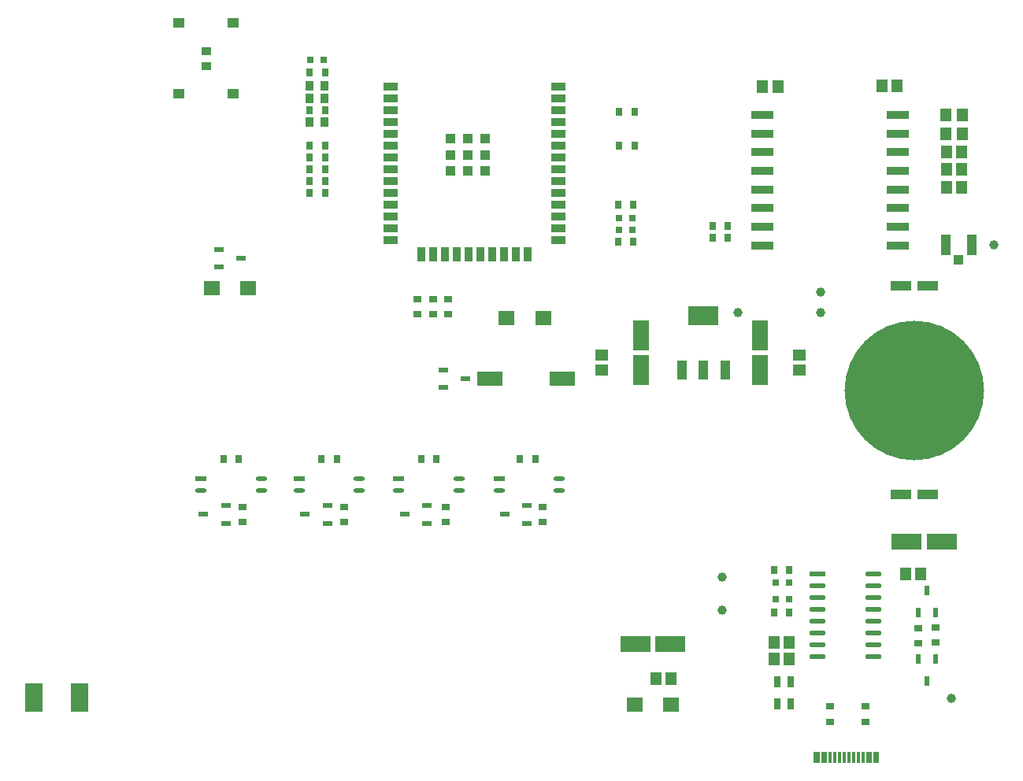
<source format=gtp>
G04*
G04 #@! TF.GenerationSoftware,Altium Limited,Altium Designer,21.3.2 (30)*
G04*
G04 Layer_Color=8421504*
%FSLAX44Y44*%
%MOMM*%
G71*
G04*
G04 #@! TF.SameCoordinates,E904BC2C-911D-44D5-97E6-C51C7131D4A3*
G04*
G04*
G04 #@! TF.FilePolarity,Positive*
G04*
G01*
G75*
%ADD18R,0.8000X0.9500*%
%ADD19C,1.0000*%
%ADD20R,1.0500X1.0500*%
%ADD21R,1.5000X0.9000*%
%ADD22R,0.9000X1.5000*%
%ADD23R,1.0000X0.6000*%
%ADD24R,1.7000X1.5000*%
%ADD25R,1.8000X3.2000*%
%ADD26R,1.0000X0.9000*%
%ADD27R,0.9000X1.0000*%
%ADD28R,0.9500X0.8000*%
%ADD29R,1.2000X1.0000*%
%ADD30R,1.9600X3.1500*%
%ADD31R,1.0000X2.1500*%
%ADD32R,3.2500X2.1500*%
%ADD33R,0.7500X0.8000*%
%ADD34R,1.2500X1.4000*%
%ADD35C,15.0000*%
%ADD36R,2.2000X1.1000*%
%ADD37R,2.4500X0.8500*%
%ADD38R,1.4000X1.2500*%
%ADD39R,2.7000X1.5000*%
%ADD40R,3.2000X1.8000*%
%ADD41O,1.7450X0.5600*%
%ADD42R,1.7450X0.5600*%
%ADD43R,0.8000X1.2000*%
%ADD44R,0.6000X1.0000*%
%ADD45R,1.2000X0.5000*%
%ADD46O,1.2000X0.5000*%
%ADD47R,1.1500X1.3500*%
%ADD48R,0.3000X1.1500*%
%ADD49R,1.0000X1.1000*%
%ADD50R,1.0500X2.2000*%
D18*
X815956Y777240D02*
D03*
X799456D02*
D03*
X483230Y740410D02*
D03*
X466730D02*
D03*
X483244Y778510D02*
D03*
X466744D02*
D03*
X798200Y637540D02*
D03*
X814700D02*
D03*
X798200Y676910D02*
D03*
X814700D02*
D03*
X709290Y403860D02*
D03*
X692790D02*
D03*
X603240D02*
D03*
X586740D02*
D03*
X495930D02*
D03*
X479430D02*
D03*
X390520D02*
D03*
X374020D02*
D03*
X899800Y654050D02*
D03*
X916300D02*
D03*
Y641350D02*
D03*
X899800D02*
D03*
X799456Y740410D02*
D03*
X815956D02*
D03*
X466744Y689610D02*
D03*
X483244D02*
D03*
X466744Y702310D02*
D03*
X483244D02*
D03*
X466744Y727710D02*
D03*
X483244D02*
D03*
X466744Y715010D02*
D03*
X483244D02*
D03*
X483230Y819150D02*
D03*
X466730D02*
D03*
X982340Y238630D02*
D03*
X965840D02*
D03*
X982340Y284480D02*
D03*
X965840D02*
D03*
D19*
X1202690Y633730D02*
D03*
X927100Y561340D02*
D03*
X1156970Y146050D02*
D03*
X910590Y241300D02*
D03*
Y276860D02*
D03*
X1016000Y582930D02*
D03*
Y561340D02*
D03*
D20*
X655140Y748030D02*
D03*
X618310D02*
D03*
X636725D02*
D03*
X655140Y730510D02*
D03*
X636725Y713350D02*
D03*
X618310D02*
D03*
Y730510D02*
D03*
X655140Y713350D02*
D03*
X636725Y730510D02*
D03*
D21*
X554160Y803910D02*
D03*
Y791210D02*
D03*
Y778510D02*
D03*
Y765810D02*
D03*
Y753110D02*
D03*
Y740410D02*
D03*
Y727710D02*
D03*
Y715010D02*
D03*
Y702310D02*
D03*
Y689610D02*
D03*
Y676910D02*
D03*
Y664210D02*
D03*
Y651510D02*
D03*
Y638810D02*
D03*
X734060D02*
D03*
Y651510D02*
D03*
Y664210D02*
D03*
Y676910D02*
D03*
Y689610D02*
D03*
Y702310D02*
D03*
Y715010D02*
D03*
Y727710D02*
D03*
Y740410D02*
D03*
Y753110D02*
D03*
Y765810D02*
D03*
Y778510D02*
D03*
Y791210D02*
D03*
Y803910D02*
D03*
D22*
X586960Y623810D02*
D03*
X599660D02*
D03*
X612360D02*
D03*
X625060D02*
D03*
X637760D02*
D03*
X650460D02*
D03*
X663160D02*
D03*
X675860D02*
D03*
X688560D02*
D03*
X701260D02*
D03*
D23*
X369000Y629260D02*
D03*
Y610260D02*
D03*
X393000Y619760D02*
D03*
X634300Y490220D02*
D03*
X610300Y480720D02*
D03*
Y499720D02*
D03*
X700340Y334670D02*
D03*
Y353670D02*
D03*
X676340Y344170D02*
D03*
X569020D02*
D03*
X593020Y353670D02*
D03*
Y334670D02*
D03*
X352490Y344170D02*
D03*
X376490Y353670D02*
D03*
Y334670D02*
D03*
X461710Y344170D02*
D03*
X485710Y353670D02*
D03*
Y334670D02*
D03*
D24*
X361250Y587310D02*
D03*
X400750D02*
D03*
X718153Y554990D02*
D03*
X678653D02*
D03*
X855410Y139700D02*
D03*
X815910D02*
D03*
D25*
X951230Y499070D02*
D03*
Y537070D02*
D03*
X822960D02*
D03*
Y499070D02*
D03*
D26*
X355600Y842390D02*
D03*
Y826390D02*
D03*
D27*
X482740Y765810D02*
D03*
X466740D02*
D03*
X466740Y791210D02*
D03*
X482740D02*
D03*
X466740Y805180D02*
D03*
X482740D02*
D03*
D28*
X717550Y335920D02*
D03*
Y352420D02*
D03*
X612770Y335920D02*
D03*
Y352420D02*
D03*
X504190Y335920D02*
D03*
Y352420D02*
D03*
X394970Y335920D02*
D03*
Y352420D02*
D03*
X582930Y559440D02*
D03*
Y575940D02*
D03*
X599440Y559440D02*
D03*
Y575940D02*
D03*
X615950Y559440D02*
D03*
Y575940D02*
D03*
X1139800Y222750D02*
D03*
Y206250D02*
D03*
X1064260Y137790D02*
D03*
Y121290D02*
D03*
X1026160D02*
D03*
Y137790D02*
D03*
X1121410Y205680D02*
D03*
Y222180D02*
D03*
D29*
X384810Y796490D02*
D03*
Y872490D02*
D03*
X326390Y796490D02*
D03*
Y872490D02*
D03*
D30*
X169860Y147320D02*
D03*
X218960D02*
D03*
D31*
X867270Y499070D02*
D03*
X890270D02*
D03*
X913270D02*
D03*
D32*
X890270Y557570D02*
D03*
D33*
X967840Y270510D02*
D03*
X982340D02*
D03*
X967840Y252730D02*
D03*
X982340D02*
D03*
X482230Y833120D02*
D03*
X467730D02*
D03*
X799200Y662940D02*
D03*
X813700D02*
D03*
X799200Y650240D02*
D03*
X813700D02*
D03*
D34*
X1123920Y280540D02*
D03*
X1107420D02*
D03*
X953780Y803910D02*
D03*
X970280D02*
D03*
X1082050Y805180D02*
D03*
X1098550D02*
D03*
X965840Y206880D02*
D03*
X982340D02*
D03*
X965840Y189100D02*
D03*
X982340D02*
D03*
X855340Y167640D02*
D03*
X838840D02*
D03*
X1167900Y695960D02*
D03*
X1151400D02*
D03*
X1167900Y715010D02*
D03*
X1151400D02*
D03*
X1167900Y734060D02*
D03*
X1151400D02*
D03*
D35*
X1116860Y477760D02*
D03*
D36*
X1131360Y589760D02*
D03*
X1102360D02*
D03*
X1131360Y365760D02*
D03*
X1102360D02*
D03*
D37*
X1099300Y633580D02*
D03*
Y653580D02*
D03*
Y673580D02*
D03*
Y693580D02*
D03*
Y713580D02*
D03*
Y733580D02*
D03*
Y753580D02*
D03*
Y773580D02*
D03*
X953300Y633580D02*
D03*
Y653580D02*
D03*
Y673580D02*
D03*
Y693580D02*
D03*
Y713580D02*
D03*
Y733580D02*
D03*
Y753580D02*
D03*
Y773580D02*
D03*
D38*
X993140Y515570D02*
D03*
Y499070D02*
D03*
X781050Y515570D02*
D03*
Y499070D02*
D03*
D39*
X660770Y490220D02*
D03*
X738770D02*
D03*
D40*
X1146100Y314830D02*
D03*
X1108100D02*
D03*
X854710Y204470D02*
D03*
X816710D02*
D03*
D41*
X1072490Y191640D02*
D03*
Y204340D02*
D03*
Y217040D02*
D03*
Y229740D02*
D03*
Y242440D02*
D03*
Y255140D02*
D03*
Y267840D02*
D03*
Y280540D02*
D03*
X1012490Y191640D02*
D03*
Y204340D02*
D03*
Y217040D02*
D03*
Y229740D02*
D03*
Y242440D02*
D03*
Y255140D02*
D03*
Y267840D02*
D03*
D42*
Y280540D02*
D03*
D43*
X969630Y164400D02*
D03*
X983630Y140400D02*
D03*
Y164400D02*
D03*
X969630Y140400D02*
D03*
D44*
X1130300Y165100D02*
D03*
X1120800Y189100D02*
D03*
X1139800D02*
D03*
X1130300Y262760D02*
D03*
X1139800Y238760D02*
D03*
X1120800D02*
D03*
D45*
X670330Y382270D02*
D03*
X562490D02*
D03*
X349770D02*
D03*
X455180D02*
D03*
D46*
X670330Y369570D02*
D03*
X735330Y382270D02*
D03*
Y369570D02*
D03*
X627490D02*
D03*
Y382270D02*
D03*
X562490Y369570D02*
D03*
X414770D02*
D03*
Y382270D02*
D03*
X349770Y369570D02*
D03*
X520180D02*
D03*
Y382270D02*
D03*
X455180Y369570D02*
D03*
D47*
X1150900Y773430D02*
D03*
X1168400D02*
D03*
X1150900Y753110D02*
D03*
X1168400D02*
D03*
D48*
X1013440Y83270D02*
D03*
X1010540D02*
D03*
X1021420D02*
D03*
X1018520D02*
D03*
X1041420D02*
D03*
X1036420D02*
D03*
X1046420D02*
D03*
X1031420D02*
D03*
X1026420D02*
D03*
X1056420D02*
D03*
X1061420D02*
D03*
X1051420D02*
D03*
X1074548D02*
D03*
X1077448D02*
D03*
X1066550D02*
D03*
X1069450D02*
D03*
D49*
X1164590Y618230D02*
D03*
D50*
X1178590Y633730D02*
D03*
X1150590D02*
D03*
M02*

</source>
